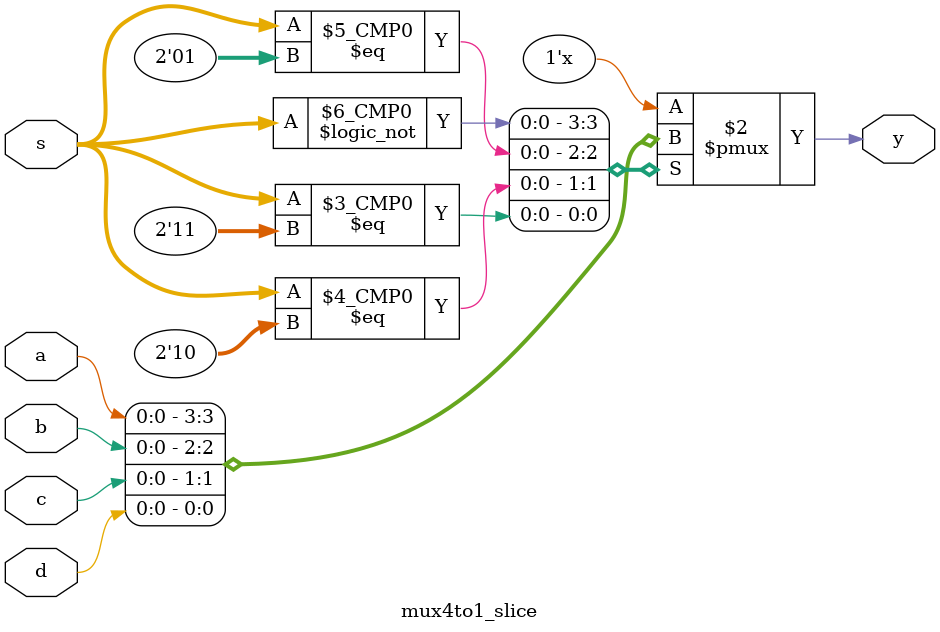
<source format=sv>
module mux4to1_slice (
	input logic a, b, c, d,
	input logic [1:0] s,
	output logic y
);
always_comb begin
	case (s)
		2'b00: y = a;
		2'b01: y = b;
		2'b10: y = c;
		2'b11: y = d;
		default: y = 1'bx;
	endcase
	end
endmodule
</source>
